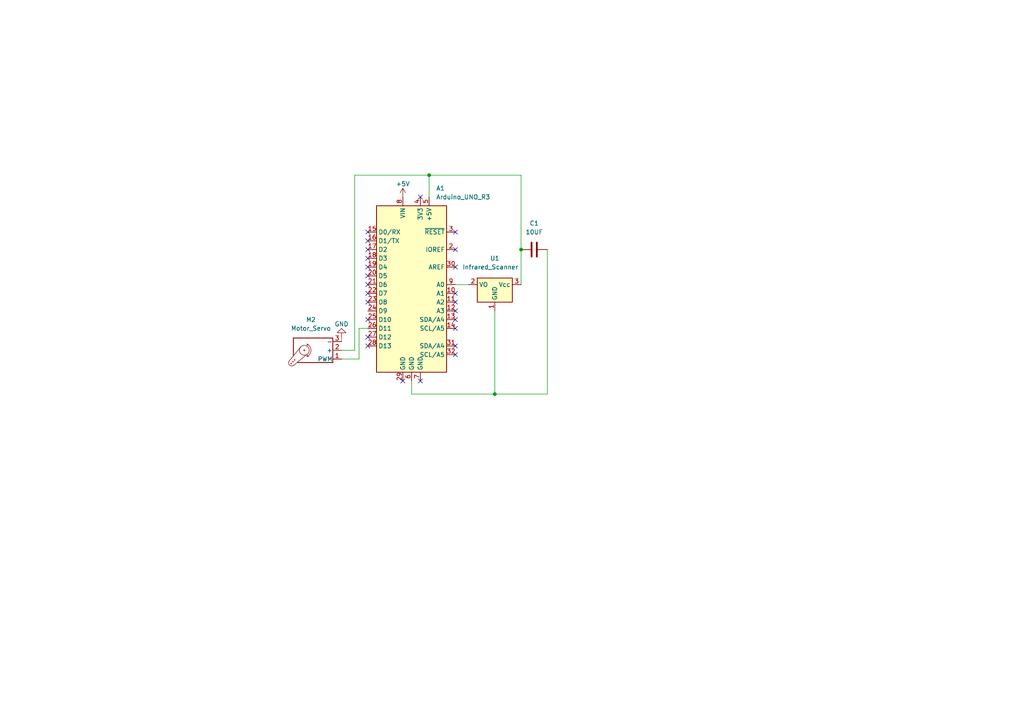
<source format=kicad_sch>
(kicad_sch (version 20211123) (generator eeschema)
  (paper "A4")
  (lib_symbols
    (symbol "3d_scanner:infrared_scanner"
      (property "Reference" "U" (at 10.16 -1.27 0))
      (property "Value" "infrared_scanner" (at 0 0 0))
      (symbol "infrared_scanner_0_1"
        (rectangle (start -5.08 -1.905) (end 5.08 -8.89) (stroke (width 0.254)) (fill (type background)))
      )
      (symbol "infrared_scanner_1_1"
        (pin power_in line (at 0 -11.43 90) (length 2.54) (name "GND") (number "1"))
        (pin power_out line (at 7.62 -3.81 180) (length 2.54) (name "VO") (number "2"))
        (pin power_in line (at -7.62 -3.81 0) (length 2.54) (name "Vcc") (number "3"))
      )
    )
    (symbol "Device:C" (pin_numbers hide) (pin_names (offset 0.254))
      (property "Reference" "C" (at 0.635 2.54 0))
      (property "Value" "C" (at 0.635 -2.54 0))
      (symbol "C_0_1"
        (polyline (pts (xy -2.032 -0.762) (xy 2.032 -0.762)) (stroke (width 0.508)))
        (polyline (pts (xy -2.032 0.762) (xy 2.032 0.762)) (stroke (width 0.508)))
      )
      (symbol "C_1_1"
        (pin passive line (at 0 3.81 270) (length 2.794) (name "~") (number "1"))
        (pin passive line (at 0 -3.81 90) (length 2.794) (name "~") (number "2"))
      )
    )
    (symbol "MCU_Module:Arduino_UNO_R3"
      (property "Reference" "A" (at -10.16 23.495 0))
      (property "Value" "Arduino_UNO_R3" (at 5.08 -26.67 0))
      (symbol "Arduino_UNO_R3_0_1"
        (rectangle (start -10.16 22.86) (end 10.16 -25.4) (stroke (width 0.254)) (fill (type background)))
      )
      (symbol "Arduino_UNO_R3_1_1"
        (pin no_connect line (at -10.16 -20.32 0) (length 2.54) hide (name "NC") (number "1"))
        (pin bidirectional line (at 12.7 -2.54 180) (length 2.54) (name "A1") (number "10"))
        (pin bidirectional line (at 12.7 -5.08 180) (length 2.54) (name "A2") (number "11"))
        (pin bidirectional line (at 12.7 -7.62 180) (length 2.54) (name "A3") (number "12"))
        (pin bidirectional line (at 12.7 -10.16 180) (length 2.54) (name "SDA/A4") (number "13"))
        (pin bidirectional line (at 12.7 -12.7 180) (length 2.54) (name "SCL/A5") (number "14"))
        (pin bidirectional line (at -12.7 15.24 0) (length 2.54) (name "D0/RX") (number "15"))
        (pin bidirectional line (at -12.7 12.7 0) (length 2.54) (name "D1/TX") (number "16"))
        (pin bidirectional line (at -12.7 10.16 0) (length 2.54) (name "D2") (number "17"))
        (pin bidirectional line (at -12.7 7.62 0) (length 2.54) (name "D3") (number "18"))
        (pin bidirectional line (at -12.7 5.08 0) (length 2.54) (name "D4") (number "19"))
        (pin output line (at 12.7 10.16 180) (length 2.54) (name "IOREF") (number "2"))
        (pin bidirectional line (at -12.7 2.54 0) (length 2.54) (name "D5") (number "20"))
        (pin bidirectional line (at -12.7 0 0) (length 2.54) (name "D6") (number "21"))
        (pin bidirectional line (at -12.7 -2.54 0) (length 2.54) (name "D7") (number "22"))
        (pin bidirectional line (at -12.7 -5.08 0) (length 2.54) (name "D8") (number "23"))
        (pin bidirectional line (at -12.7 -7.62 0) (length 2.54) (name "D9") (number "24"))
        (pin bidirectional line (at -12.7 -10.16 0) (length 2.54) (name "D10") (number "25"))
        (pin bidirectional line (at -12.7 -12.7 0) (length 2.54) (name "D11") (number "26"))
        (pin bidirectional line (at -12.7 -15.24 0) (length 2.54) (name "D12") (number "27"))
        (pin bidirectional line (at -12.7 -17.78 0) (length 2.54) (name "D13") (number "28"))
        (pin power_in line (at -2.54 -27.94 90) (length 2.54) (name "GND") (number "29"))
        (pin input line (at 12.7 15.24 180) (length 2.54) (name "~{RESET}") (number "3"))
        (pin input line (at 12.7 5.08 180) (length 2.54) (name "AREF") (number "30"))
        (pin bidirectional line (at 12.7 -17.78 180) (length 2.54) (name "SDA/A4") (number "31"))
        (pin bidirectional line (at 12.7 -20.32 180) (length 2.54) (name "SCL/A5") (number "32"))
        (pin power_out line (at 2.54 25.4 270) (length 2.54) (name "3V3") (number "4"))
        (pin power_out line (at 5.08 25.4 270) (length 2.54) (name "+5V") (number "5"))
        (pin power_in line (at 0 -27.94 90) (length 2.54) (name "GND") (number "6"))
        (pin power_in line (at 2.54 -27.94 90) (length 2.54) (name "GND") (number "7"))
        (pin power_in line (at -2.54 25.4 270) (length 2.54) (name "VIN") (number "8"))
        (pin bidirectional line (at 12.7 0 180) (length 2.54) (name "A0") (number "9"))
      )
    )
    (symbol "Motor:Motor_Servo" (pin_names (offset 0.0254))
      (property "Reference" "M" (at -5.08 4.445 0))
      (property "Value" "Motor_Servo" (at -5.08 -4.064 0))
      (symbol "Motor_Servo_0_1"
        (polyline (pts (xy 2.413 -1.778) (xy 2.032 -1.778)))
        (polyline (pts (xy 2.413 -1.778) (xy 2.286 -1.397)))
        (polyline (pts (xy 2.413 1.778) (xy 1.905 1.778)))
        (polyline (pts (xy 2.413 1.778) (xy 2.286 1.397)))
        (polyline (pts (xy 6.35 4.445) (xy 2.54 1.27)))
        (polyline (pts (xy 7.62 3.175) (xy 4.191 -1.016)))
        (polyline (pts (xy 5.08 3.556) (xy -5.08 3.556) (xy -5.08 -3.556) (xy 6.35 -3.556) (xy 6.35 1.524)) (stroke (width 0.254)))
        (arc (start 2.413 1.778) (mid 1.2406 0) (end 2.413 -1.778))
        (circle (center 3.175 0) (radius 0.1778))
        (circle (center 3.175 0) (radius 1.4224))
        (circle (center 5.969 2.794) (radius 0.127))
        (circle (center 6.477 3.302) (radius 0.127))
        (circle (center 6.985 3.81) (radius 0.127))
        (arc (start 7.62 3.175) (mid 7.4485 4.2735) (end 6.35 4.445))
      )
      (symbol "Motor_Servo_1_1"
        (pin passive line (at -7.62 2.54 0) (length 2.54) (name "PWM") (number "1"))
        (pin passive line (at -7.62 0 0) (length 2.54) (name "+") (number "2"))
        (pin passive line (at -7.62 -2.54 0) (length 2.54) (name "-") (number "3"))
      )
    )
    (symbol "power:+5V" (power) (pin_names (offset 0))
      (property "Value" "+5V" (at 0 3.556 0))
      (symbol "+5V_0_1"
        (polyline (pts (xy -0.762 1.27) (xy 0 2.54)))
        (polyline (pts (xy 0 0) (xy 0 2.54)))
        (polyline (pts (xy 0 2.54) (xy 0.762 1.27)))
      )
      (symbol "+5V_1_1"
        (pin power_in line (at 0 0 90) (length 0) hide (name "+5V") (number "1"))
      )
    )
    (symbol "power:GND" (power) (pin_names (offset 0))
      (property "Value" "GND" (at 0 -3.81 0))
      (symbol "GND_0_1"
        (polyline (pts (xy 0 0) (xy 0 -1.27) (xy 1.27 -1.27) (xy 0 -2.54) (xy -1.27 -1.27) (xy 0 -1.27)))
      )
      (symbol "GND_1_1"
        (pin power_in line (at 0 0 270) (length 0) hide (name "GND") (number "1"))
      )
    )
  )
  (junction (at 124.46 50.8))
  (junction (at 151.13 72.39))
  (junction (at 143.51 114.3))
  (no_connect (at 132.08 90.17))
  (no_connect (at 132.08 92.71))
  (no_connect (at 132.08 95.25))
  (no_connect (at 132.08 87.63))
  (no_connect (at 121.92 57.15))
  (no_connect (at 116.84 110.49))
  (no_connect (at 121.92 110.49))
  (no_connect (at 132.08 85.09))
  (no_connect (at 106.68 82.55))
  (no_connect (at 106.68 80.01))
  (no_connect (at 106.68 85.09))
  (no_connect (at 132.08 102.87))
  (no_connect (at 106.68 100.33))
  (no_connect (at 132.08 100.33))
  (no_connect (at 106.68 87.63))
  (no_connect (at 106.68 77.47))
  (no_connect (at 106.68 74.93))
  (no_connect (at 106.68 72.39))
  (no_connect (at 106.68 69.85))
  (no_connect (at 106.68 67.31))
  (no_connect (at 106.68 97.79))
  (no_connect (at 106.68 92.71))
  (no_connect (at 132.08 67.31))
  (no_connect (at 132.08 72.39))
  (no_connect (at 132.08 77.47))
  (wire (pts (xy 99.06 104.14) (xy 104.14 104.14)))
  (wire (pts (xy 124.46 50.8) (xy 124.46 57.15)))
  (wire (pts (xy 158.75 114.3) (xy 143.51 114.3)))
  (wire (pts (xy 143.51 90.17) (xy 143.51 114.3)))
  (wire (pts (xy 151.13 72.39) (xy 151.13 50.8)))
  (wire (pts (xy 104.14 95.25) (xy 106.68 95.25)))
  (wire (pts (xy 102.87 50.8) (xy 124.46 50.8)))
  (wire (pts (xy 104.14 95.25) (xy 104.14 104.14)))
  (wire (pts (xy 151.13 82.55) (xy 151.13 72.39)))
  (wire (pts (xy 158.75 72.39) (xy 158.75 114.3)))
  (wire (pts (xy 151.13 50.8) (xy 124.46 50.8)))
  (wire (pts (xy 99.06 97.79) (xy 99.06 99.06)))
  (wire (pts (xy 143.51 114.3) (xy 119.38 114.3)))
  (wire (pts (xy 99.06 101.6) (xy 102.87 101.6)))
  (wire (pts (xy 132.08 82.55) (xy 135.89 82.55)))
  (wire (pts (xy 119.38 114.3) (xy 119.38 110.49)))
  (wire (pts (xy 102.87 50.8) (xy 102.87 101.6)))
  (symbol (lib_id "power:+5V") (at 116.84 57.15 0) (unit 1)
    (property "Reference" "#PWR?" (effects hide))
    (property "Value" "+5V" (at 116.84 53.34 0))
  )
  (symbol (lib_id "Motor:Motor_Servo") (at 91.44 101.6 180) (unit 1)
    (property "Reference" "M2" (at 90.1811 92.71 0))
    (property "Value" "Motor_Servo" (at 90.1811 95.25 0))
    (property "Datasheet" "http://forums.parallax.com/uploads/attachments/46831/74481.png" (effects hide))
  )
  (symbol (lib_id "MCU_Module:Arduino_UNO_R3") (at 119.38 82.55 0) (unit 1)
    (property "Reference" "A1" (at 126.4794 54.61 0) (effects (justify left)))
    (property "Value" "Arduino_UNO_R3" (at 126.4794 57.15 0) (effects (justify left)))
    (property "Footprint" "Module:Arduino_UNO_R3" (effects hide))
    (property "Datasheet" "https://www.arduino.cc/en/Main/arduinoBoardUno" (effects hide))
  )
  (symbol (lib_id "Device:C") (at 154.94 72.39 270) (mirror x) (unit 1)
    (property "Reference" "C1" (at 154.94 64.77 90))
    (property "Value" "10UF" (at 154.94 67.31 90))
  )
  (symbol (lib_id "3d_scanner:infrared_scanner") (at 143.51 78.74 0) (mirror y) (unit 1)
    (property "Reference" "U1" (at 143.51 74.93 0))
    (property "Value" "Infrared_Scanner" (at 142.24 77.47 0))
  )
  (symbol (lib_id "power:GND") (at 99.06 97.79 180) (unit 1)
    (property "Reference" "#PWR0101" (effects hide))
    (property "Value" "GND" (at 99.06 93.98 0))
  )
)
</source>
